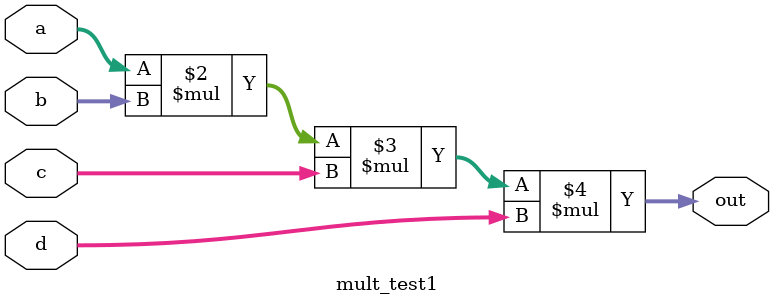
<source format=v>
module mult_test1 (output reg [31:0]out, input [31:0] a,b,c,d);

always @ (*)
begin
out = ((a*b)*c)*d;
end
endmodule
</source>
